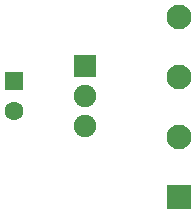
<source format=gts>
G04*
G04 #@! TF.GenerationSoftware,Altium Limited,Altium Designer,19.1.6 (110)*
G04*
G04 Layer_Color=8388736*
%FSLAX42Y42*%
%MOMM*%
G71*
G01*
G75*
%ADD13C,1.90*%
%ADD14R,1.90X1.90*%
%ADD15R,2.10X2.10*%
%ADD16C,2.10*%
%ADD17R,1.60X1.60*%
%ADD18C,1.60*%
D13*
X1100Y1146D02*
D03*
Y1400D02*
D03*
D14*
Y1654D02*
D03*
D15*
X1900Y538D02*
D03*
D16*
Y1046D02*
D03*
Y1554D02*
D03*
Y2062D02*
D03*
D17*
X500Y1527D02*
D03*
D18*
Y1273D02*
D03*
M02*

</source>
